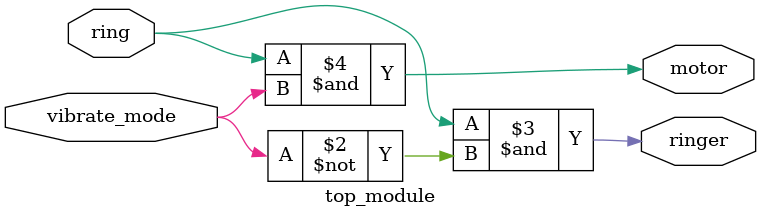
<source format=sv>
module top_module(
    input ring, 
    input vibrate_mode,
    output reg ringer,
    output reg motor
);

    /* Control the ringer and motor outputs */
    always @* begin
        ringer = ring & ~vibrate_mode; // Set ringer output to 1 when ring=1 and vibrate_mode=0
        motor = ring & vibrate_mode; // Set motor output to 1 when ring=1 and vibrate_mode=1
    end

endmodule

</source>
